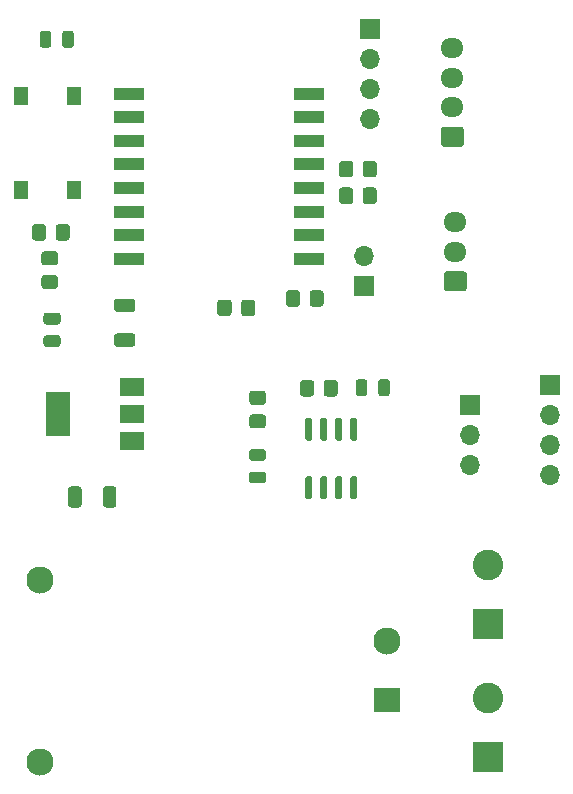
<source format=gbr>
%TF.GenerationSoftware,KiCad,Pcbnew,(5.1.10)-1*%
%TF.CreationDate,2021-09-08T13:01:39+02:00*%
%TF.ProjectId,LUCES,4c554345-532e-46b6-9963-61645f706362,rev?*%
%TF.SameCoordinates,Original*%
%TF.FileFunction,Soldermask,Top*%
%TF.FilePolarity,Negative*%
%FSLAX46Y46*%
G04 Gerber Fmt 4.6, Leading zero omitted, Abs format (unit mm)*
G04 Created by KiCad (PCBNEW (5.1.10)-1) date 2021-09-08 13:01:39*
%MOMM*%
%LPD*%
G01*
G04 APERTURE LIST*
%ADD10O,1.700000X1.700000*%
%ADD11R,1.700000X1.700000*%
%ADD12R,2.500000X1.000000*%
%ADD13C,2.300000*%
%ADD14R,2.300000X2.000000*%
%ADD15R,2.000000X1.500000*%
%ADD16R,2.000000X3.800000*%
%ADD17C,2.600000*%
%ADD18R,2.600000X2.600000*%
%ADD19R,1.300000X1.550000*%
%ADD20O,1.950000X1.700000*%
G04 APERTURE END LIST*
%TO.C,C5*%
G36*
G01*
X-14700001Y5650000D02*
X-13399999Y5650000D01*
G75*
G02*
X-13150000Y5400001I0J-249999D01*
G01*
X-13150000Y4749999D01*
G75*
G02*
X-13399999Y4500000I-249999J0D01*
G01*
X-14700001Y4500000D01*
G75*
G02*
X-14950000Y4749999I0J249999D01*
G01*
X-14950000Y5400001D01*
G75*
G02*
X-14700001Y5650000I249999J0D01*
G01*
G37*
G36*
G01*
X-14700001Y8600000D02*
X-13399999Y8600000D01*
G75*
G02*
X-13150000Y8350001I0J-249999D01*
G01*
X-13150000Y7699999D01*
G75*
G02*
X-13399999Y7450000I-249999J0D01*
G01*
X-14700001Y7450000D01*
G75*
G02*
X-14950000Y7699999I0J249999D01*
G01*
X-14950000Y8350001D01*
G75*
G02*
X-14700001Y8600000I249999J0D01*
G01*
G37*
%TD*%
%TO.C,R8*%
G36*
G01*
X-400000Y8149999D02*
X-400000Y9050001D01*
G75*
G02*
X-150001Y9300000I249999J0D01*
G01*
X550001Y9300000D01*
G75*
G02*
X800000Y9050001I0J-249999D01*
G01*
X800000Y8149999D01*
G75*
G02*
X550001Y7900000I-249999J0D01*
G01*
X-150001Y7900000D01*
G75*
G02*
X-400000Y8149999I0J249999D01*
G01*
G37*
G36*
G01*
X1600000Y8149999D02*
X1600000Y9050001D01*
G75*
G02*
X1849999Y9300000I249999J0D01*
G01*
X2550001Y9300000D01*
G75*
G02*
X2800000Y9050001I0J-249999D01*
G01*
X2800000Y8149999D01*
G75*
G02*
X2550001Y7900000I-249999J0D01*
G01*
X1849999Y7900000D01*
G75*
G02*
X1600000Y8149999I0J249999D01*
G01*
G37*
%TD*%
D10*
%TO.C,J7*%
X15200000Y-5530000D03*
X15200000Y-2990000D03*
D11*
X15200000Y-450000D03*
%TD*%
D10*
%TO.C,J4*%
X21950000Y-6320000D03*
X21950000Y-3780000D03*
X21950000Y-1240000D03*
D11*
X21950000Y1300000D03*
%TD*%
D12*
%TO.C,U3*%
X1550000Y25950000D03*
X1550000Y23950000D03*
X1550000Y21950000D03*
X1550000Y19950000D03*
X1550000Y17950000D03*
X1550000Y15950000D03*
X1550000Y13950000D03*
X1550000Y11950000D03*
X-13650000Y11950000D03*
X-13650000Y13950000D03*
X-13650000Y15950000D03*
X-13650000Y17950000D03*
X-13650000Y19950000D03*
X-13650000Y21950000D03*
X-13650000Y23950000D03*
X-13650000Y25950000D03*
%TD*%
D13*
%TO.C,PS1*%
X-21200000Y-15200000D03*
X8200000Y-20400000D03*
D14*
X8200000Y-25400000D03*
D13*
X-21200000Y-30600000D03*
%TD*%
D10*
%TO.C,JP1*%
X6200000Y12200000D03*
D11*
X6200000Y9660000D03*
%TD*%
%TO.C,C6*%
G36*
G01*
X-20675000Y5500000D02*
X-19725000Y5500000D01*
G75*
G02*
X-19475000Y5250000I0J-250000D01*
G01*
X-19475000Y4750000D01*
G75*
G02*
X-19725000Y4500000I-250000J0D01*
G01*
X-20675000Y4500000D01*
G75*
G02*
X-20925000Y4750000I0J250000D01*
G01*
X-20925000Y5250000D01*
G75*
G02*
X-20675000Y5500000I250000J0D01*
G01*
G37*
G36*
G01*
X-20675000Y7400000D02*
X-19725000Y7400000D01*
G75*
G02*
X-19475000Y7150000I0J-250000D01*
G01*
X-19475000Y6650000D01*
G75*
G02*
X-19725000Y6400000I-250000J0D01*
G01*
X-20675000Y6400000D01*
G75*
G02*
X-20925000Y6650000I0J250000D01*
G01*
X-20925000Y7150000D01*
G75*
G02*
X-20675000Y7400000I250000J0D01*
G01*
G37*
%TD*%
%TO.C,C4*%
G36*
G01*
X-20250000Y31025000D02*
X-20250000Y30075000D01*
G75*
G02*
X-20500000Y29825000I-250000J0D01*
G01*
X-21000000Y29825000D01*
G75*
G02*
X-21250000Y30075000I0J250000D01*
G01*
X-21250000Y31025000D01*
G75*
G02*
X-21000000Y31275000I250000J0D01*
G01*
X-20500000Y31275000D01*
G75*
G02*
X-20250000Y31025000I0J-250000D01*
G01*
G37*
G36*
G01*
X-18350000Y31025000D02*
X-18350000Y30075000D01*
G75*
G02*
X-18600000Y29825000I-250000J0D01*
G01*
X-19100000Y29825000D01*
G75*
G02*
X-19350000Y30075000I0J250000D01*
G01*
X-19350000Y31025000D01*
G75*
G02*
X-19100000Y31275000I250000J0D01*
G01*
X-18600000Y31275000D01*
G75*
G02*
X-18350000Y31025000I0J-250000D01*
G01*
G37*
%TD*%
%TO.C,C3*%
G36*
G01*
X-17700000Y-7549999D02*
X-17700000Y-8850001D01*
G75*
G02*
X-17949999Y-9100000I-249999J0D01*
G01*
X-18600001Y-9100000D01*
G75*
G02*
X-18850000Y-8850001I0J249999D01*
G01*
X-18850000Y-7549999D01*
G75*
G02*
X-18600001Y-7300000I249999J0D01*
G01*
X-17949999Y-7300000D01*
G75*
G02*
X-17700000Y-7549999I0J-249999D01*
G01*
G37*
G36*
G01*
X-14750000Y-7549999D02*
X-14750000Y-8850001D01*
G75*
G02*
X-14999999Y-9100000I-249999J0D01*
G01*
X-15650001Y-9100000D01*
G75*
G02*
X-15900000Y-8850001I0J249999D01*
G01*
X-15900000Y-7549999D01*
G75*
G02*
X-15650001Y-7300000I249999J0D01*
G01*
X-14999999Y-7300000D01*
G75*
G02*
X-14750000Y-7549999I0J-249999D01*
G01*
G37*
%TD*%
%TO.C,C2*%
G36*
G01*
X7400000Y575000D02*
X7400000Y1525000D01*
G75*
G02*
X7650000Y1775000I250000J0D01*
G01*
X8150000Y1775000D01*
G75*
G02*
X8400000Y1525000I0J-250000D01*
G01*
X8400000Y575000D01*
G75*
G02*
X8150000Y325000I-250000J0D01*
G01*
X7650000Y325000D01*
G75*
G02*
X7400000Y575000I0J250000D01*
G01*
G37*
G36*
G01*
X5500000Y575000D02*
X5500000Y1525000D01*
G75*
G02*
X5750000Y1775000I250000J0D01*
G01*
X6250000Y1775000D01*
G75*
G02*
X6500000Y1525000I0J-250000D01*
G01*
X6500000Y575000D01*
G75*
G02*
X6250000Y325000I-250000J0D01*
G01*
X5750000Y325000D01*
G75*
G02*
X5500000Y575000I0J250000D01*
G01*
G37*
%TD*%
%TO.C,C1*%
G36*
G01*
X-3275000Y-6050000D02*
X-2325000Y-6050000D01*
G75*
G02*
X-2075000Y-6300000I0J-250000D01*
G01*
X-2075000Y-6800000D01*
G75*
G02*
X-2325000Y-7050000I-250000J0D01*
G01*
X-3275000Y-7050000D01*
G75*
G02*
X-3525000Y-6800000I0J250000D01*
G01*
X-3525000Y-6300000D01*
G75*
G02*
X-3275000Y-6050000I250000J0D01*
G01*
G37*
G36*
G01*
X-3275000Y-4150000D02*
X-2325000Y-4150000D01*
G75*
G02*
X-2075000Y-4400000I0J-250000D01*
G01*
X-2075000Y-4900000D01*
G75*
G02*
X-2325000Y-5150000I-250000J0D01*
G01*
X-3275000Y-5150000D01*
G75*
G02*
X-3525000Y-4900000I0J250000D01*
G01*
X-3525000Y-4400000D01*
G75*
G02*
X-3275000Y-4150000I250000J0D01*
G01*
G37*
%TD*%
D15*
%TO.C,U2*%
X-13400000Y-3500000D03*
X-13400000Y1100000D03*
X-13400000Y-1200000D03*
D16*
X-19700000Y-1200000D03*
%TD*%
D17*
%TO.C,J2*%
X16700000Y-13950000D03*
D18*
X16700000Y-18950000D03*
%TD*%
D19*
%TO.C,SW1*%
X-18300000Y25780000D03*
X-22800000Y25780000D03*
X-22800000Y17820000D03*
X-18300000Y17820000D03*
%TD*%
D10*
%TO.C,J5*%
X6700000Y23780000D03*
X6700000Y26320000D03*
X6700000Y28860000D03*
D11*
X6700000Y31400000D03*
%TD*%
%TO.C,U1*%
G36*
G01*
X1695000Y-3450000D02*
X1395000Y-3450000D01*
G75*
G02*
X1245000Y-3300000I0J150000D01*
G01*
X1245000Y-1650000D01*
G75*
G02*
X1395000Y-1500000I150000J0D01*
G01*
X1695000Y-1500000D01*
G75*
G02*
X1845000Y-1650000I0J-150000D01*
G01*
X1845000Y-3300000D01*
G75*
G02*
X1695000Y-3450000I-150000J0D01*
G01*
G37*
G36*
G01*
X2965000Y-3450000D02*
X2665000Y-3450000D01*
G75*
G02*
X2515000Y-3300000I0J150000D01*
G01*
X2515000Y-1650000D01*
G75*
G02*
X2665000Y-1500000I150000J0D01*
G01*
X2965000Y-1500000D01*
G75*
G02*
X3115000Y-1650000I0J-150000D01*
G01*
X3115000Y-3300000D01*
G75*
G02*
X2965000Y-3450000I-150000J0D01*
G01*
G37*
G36*
G01*
X4235000Y-3450000D02*
X3935000Y-3450000D01*
G75*
G02*
X3785000Y-3300000I0J150000D01*
G01*
X3785000Y-1650000D01*
G75*
G02*
X3935000Y-1500000I150000J0D01*
G01*
X4235000Y-1500000D01*
G75*
G02*
X4385000Y-1650000I0J-150000D01*
G01*
X4385000Y-3300000D01*
G75*
G02*
X4235000Y-3450000I-150000J0D01*
G01*
G37*
G36*
G01*
X5505000Y-3450000D02*
X5205000Y-3450000D01*
G75*
G02*
X5055000Y-3300000I0J150000D01*
G01*
X5055000Y-1650000D01*
G75*
G02*
X5205000Y-1500000I150000J0D01*
G01*
X5505000Y-1500000D01*
G75*
G02*
X5655000Y-1650000I0J-150000D01*
G01*
X5655000Y-3300000D01*
G75*
G02*
X5505000Y-3450000I-150000J0D01*
G01*
G37*
G36*
G01*
X5505000Y-8400000D02*
X5205000Y-8400000D01*
G75*
G02*
X5055000Y-8250000I0J150000D01*
G01*
X5055000Y-6600000D01*
G75*
G02*
X5205000Y-6450000I150000J0D01*
G01*
X5505000Y-6450000D01*
G75*
G02*
X5655000Y-6600000I0J-150000D01*
G01*
X5655000Y-8250000D01*
G75*
G02*
X5505000Y-8400000I-150000J0D01*
G01*
G37*
G36*
G01*
X4235000Y-8400000D02*
X3935000Y-8400000D01*
G75*
G02*
X3785000Y-8250000I0J150000D01*
G01*
X3785000Y-6600000D01*
G75*
G02*
X3935000Y-6450000I150000J0D01*
G01*
X4235000Y-6450000D01*
G75*
G02*
X4385000Y-6600000I0J-150000D01*
G01*
X4385000Y-8250000D01*
G75*
G02*
X4235000Y-8400000I-150000J0D01*
G01*
G37*
G36*
G01*
X2965000Y-8400000D02*
X2665000Y-8400000D01*
G75*
G02*
X2515000Y-8250000I0J150000D01*
G01*
X2515000Y-6600000D01*
G75*
G02*
X2665000Y-6450000I150000J0D01*
G01*
X2965000Y-6450000D01*
G75*
G02*
X3115000Y-6600000I0J-150000D01*
G01*
X3115000Y-8250000D01*
G75*
G02*
X2965000Y-8400000I-150000J0D01*
G01*
G37*
G36*
G01*
X1695000Y-8400000D02*
X1395000Y-8400000D01*
G75*
G02*
X1245000Y-8250000I0J150000D01*
G01*
X1245000Y-6600000D01*
G75*
G02*
X1395000Y-6450000I150000J0D01*
G01*
X1695000Y-6450000D01*
G75*
G02*
X1845000Y-6600000I0J-150000D01*
G01*
X1845000Y-8250000D01*
G75*
G02*
X1695000Y-8400000I-150000J0D01*
G01*
G37*
%TD*%
D20*
%TO.C,J6*%
X13950000Y15050000D03*
X13950000Y12550000D03*
G36*
G01*
X14675000Y9200000D02*
X13225000Y9200000D01*
G75*
G02*
X12975000Y9450000I0J250000D01*
G01*
X12975000Y10650000D01*
G75*
G02*
X13225000Y10900000I250000J0D01*
G01*
X14675000Y10900000D01*
G75*
G02*
X14925000Y10650000I0J-250000D01*
G01*
X14925000Y9450000D01*
G75*
G02*
X14675000Y9200000I-250000J0D01*
G01*
G37*
%TD*%
D17*
%TO.C,J1*%
X16700000Y-25200000D03*
D18*
X16700000Y-30200000D03*
%TD*%
D20*
%TO.C,J3*%
X13700000Y29800000D03*
X13700000Y27300000D03*
X13700000Y24800000D03*
G36*
G01*
X14425000Y21450000D02*
X12975000Y21450000D01*
G75*
G02*
X12725000Y21700000I0J250000D01*
G01*
X12725000Y22900000D01*
G75*
G02*
X12975000Y23150000I250000J0D01*
G01*
X14425000Y23150000D01*
G75*
G02*
X14675000Y22900000I0J-250000D01*
G01*
X14675000Y21700000D01*
G75*
G02*
X14425000Y21450000I-250000J0D01*
G01*
G37*
%TD*%
%TO.C,R2*%
G36*
G01*
X-3250001Y-1200000D02*
X-2349999Y-1200000D01*
G75*
G02*
X-2100000Y-1449999I0J-249999D01*
G01*
X-2100000Y-2150001D01*
G75*
G02*
X-2349999Y-2400000I-249999J0D01*
G01*
X-3250001Y-2400000D01*
G75*
G02*
X-3500000Y-2150001I0J249999D01*
G01*
X-3500000Y-1449999D01*
G75*
G02*
X-3250001Y-1200000I249999J0D01*
G01*
G37*
G36*
G01*
X-3250001Y800000D02*
X-2349999Y800000D01*
G75*
G02*
X-2100000Y550001I0J-249999D01*
G01*
X-2100000Y-150001D01*
G75*
G02*
X-2349999Y-400000I-249999J0D01*
G01*
X-3250001Y-400000D01*
G75*
G02*
X-3500000Y-150001I0J249999D01*
G01*
X-3500000Y550001D01*
G75*
G02*
X-3250001Y800000I249999J0D01*
G01*
G37*
%TD*%
%TO.C,R1*%
G36*
G01*
X2800000Y549999D02*
X2800000Y1450001D01*
G75*
G02*
X3049999Y1700000I249999J0D01*
G01*
X3750001Y1700000D01*
G75*
G02*
X4000000Y1450001I0J-249999D01*
G01*
X4000000Y549999D01*
G75*
G02*
X3750001Y300000I-249999J0D01*
G01*
X3049999Y300000D01*
G75*
G02*
X2800000Y549999I0J249999D01*
G01*
G37*
G36*
G01*
X800000Y549999D02*
X800000Y1450001D01*
G75*
G02*
X1049999Y1700000I249999J0D01*
G01*
X1750001Y1700000D01*
G75*
G02*
X2000000Y1450001I0J-249999D01*
G01*
X2000000Y549999D01*
G75*
G02*
X1750001Y300000I-249999J0D01*
G01*
X1049999Y300000D01*
G75*
G02*
X800000Y549999I0J249999D01*
G01*
G37*
%TD*%
%TO.C,R3*%
G36*
G01*
X-21900000Y13749999D02*
X-21900000Y14650001D01*
G75*
G02*
X-21650001Y14900000I249999J0D01*
G01*
X-20949999Y14900000D01*
G75*
G02*
X-20700000Y14650001I0J-249999D01*
G01*
X-20700000Y13749999D01*
G75*
G02*
X-20949999Y13500000I-249999J0D01*
G01*
X-21650001Y13500000D01*
G75*
G02*
X-21900000Y13749999I0J249999D01*
G01*
G37*
G36*
G01*
X-19900000Y13749999D02*
X-19900000Y14650001D01*
G75*
G02*
X-19650001Y14900000I249999J0D01*
G01*
X-18949999Y14900000D01*
G75*
G02*
X-18700000Y14650001I0J-249999D01*
G01*
X-18700000Y13749999D01*
G75*
G02*
X-18949999Y13500000I-249999J0D01*
G01*
X-19650001Y13500000D01*
G75*
G02*
X-19900000Y13749999I0J249999D01*
G01*
G37*
%TD*%
%TO.C,R4*%
G36*
G01*
X-20850001Y10600000D02*
X-19949999Y10600000D01*
G75*
G02*
X-19700000Y10350001I0J-249999D01*
G01*
X-19700000Y9649999D01*
G75*
G02*
X-19949999Y9400000I-249999J0D01*
G01*
X-20850001Y9400000D01*
G75*
G02*
X-21100000Y9649999I0J249999D01*
G01*
X-21100000Y10350001D01*
G75*
G02*
X-20850001Y10600000I249999J0D01*
G01*
G37*
G36*
G01*
X-20850001Y12600000D02*
X-19949999Y12600000D01*
G75*
G02*
X-19700000Y12350001I0J-249999D01*
G01*
X-19700000Y11649999D01*
G75*
G02*
X-19949999Y11400000I-249999J0D01*
G01*
X-20850001Y11400000D01*
G75*
G02*
X-21100000Y11649999I0J249999D01*
G01*
X-21100000Y12350001D01*
G75*
G02*
X-20850001Y12600000I249999J0D01*
G01*
G37*
%TD*%
%TO.C,R5*%
G36*
G01*
X-5000000Y8250001D02*
X-5000000Y7349999D01*
G75*
G02*
X-5249999Y7100000I-249999J0D01*
G01*
X-5950001Y7100000D01*
G75*
G02*
X-6200000Y7349999I0J249999D01*
G01*
X-6200000Y8250001D01*
G75*
G02*
X-5950001Y8500000I249999J0D01*
G01*
X-5249999Y8500000D01*
G75*
G02*
X-5000000Y8250001I0J-249999D01*
G01*
G37*
G36*
G01*
X-3000000Y8250001D02*
X-3000000Y7349999D01*
G75*
G02*
X-3249999Y7100000I-249999J0D01*
G01*
X-3950001Y7100000D01*
G75*
G02*
X-4200000Y7349999I0J249999D01*
G01*
X-4200000Y8250001D01*
G75*
G02*
X-3950001Y8500000I249999J0D01*
G01*
X-3249999Y8500000D01*
G75*
G02*
X-3000000Y8250001I0J-249999D01*
G01*
G37*
%TD*%
%TO.C,R6*%
G36*
G01*
X6100000Y19099999D02*
X6100000Y20000001D01*
G75*
G02*
X6349999Y20250000I249999J0D01*
G01*
X7050001Y20250000D01*
G75*
G02*
X7300000Y20000001I0J-249999D01*
G01*
X7300000Y19099999D01*
G75*
G02*
X7050001Y18850000I-249999J0D01*
G01*
X6349999Y18850000D01*
G75*
G02*
X6100000Y19099999I0J249999D01*
G01*
G37*
G36*
G01*
X4100000Y19099999D02*
X4100000Y20000001D01*
G75*
G02*
X4349999Y20250000I249999J0D01*
G01*
X5050001Y20250000D01*
G75*
G02*
X5300000Y20000001I0J-249999D01*
G01*
X5300000Y19099999D01*
G75*
G02*
X5050001Y18850000I-249999J0D01*
G01*
X4349999Y18850000D01*
G75*
G02*
X4100000Y19099999I0J249999D01*
G01*
G37*
%TD*%
%TO.C,R7*%
G36*
G01*
X4100000Y16849999D02*
X4100000Y17750001D01*
G75*
G02*
X4349999Y18000000I249999J0D01*
G01*
X5050001Y18000000D01*
G75*
G02*
X5300000Y17750001I0J-249999D01*
G01*
X5300000Y16849999D01*
G75*
G02*
X5050001Y16600000I-249999J0D01*
G01*
X4349999Y16600000D01*
G75*
G02*
X4100000Y16849999I0J249999D01*
G01*
G37*
G36*
G01*
X6100000Y16849999D02*
X6100000Y17750001D01*
G75*
G02*
X6349999Y18000000I249999J0D01*
G01*
X7050001Y18000000D01*
G75*
G02*
X7300000Y17750001I0J-249999D01*
G01*
X7300000Y16849999D01*
G75*
G02*
X7050001Y16600000I-249999J0D01*
G01*
X6349999Y16600000D01*
G75*
G02*
X6100000Y16849999I0J249999D01*
G01*
G37*
%TD*%
M02*

</source>
